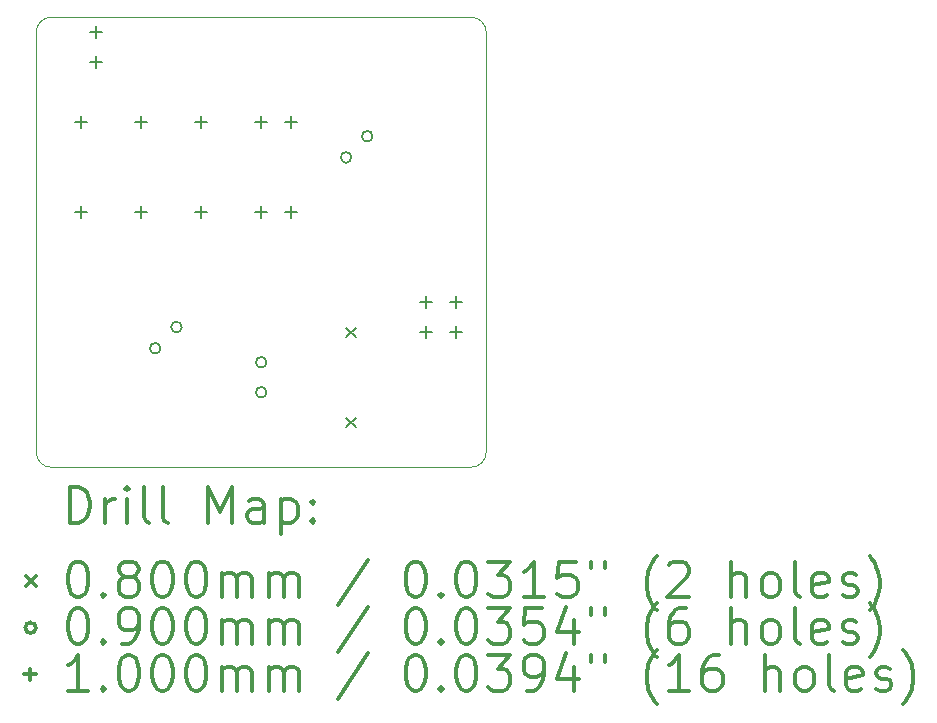
<source format=gbr>
%FSLAX45Y45*%
G04 Gerber Fmt 4.5, Leading zero omitted, Abs format (unit mm)*
G04 Created by KiCad (PCBNEW 5.1.10) date 2021-05-04 21:35:37*
%MOMM*%
%LPD*%
G01*
G04 APERTURE LIST*
%TA.AperFunction,Profile*%
%ADD10C,0.050000*%
%TD*%
%ADD11C,0.200000*%
%ADD12C,0.300000*%
G04 APERTURE END LIST*
D10*
X13208000Y-9017000D02*
G75*
G02*
X13335000Y-8890000I127000J0D01*
G01*
X13335000Y-12700000D02*
G75*
G02*
X13208000Y-12573000I0J127000D01*
G01*
X17018000Y-12573000D02*
G75*
G02*
X16891000Y-12700000I-127000J0D01*
G01*
X16891000Y-8890000D02*
G75*
G02*
X17018000Y-9017000I0J-127000D01*
G01*
X13335000Y-8890000D02*
X16891000Y-8890000D01*
X13208000Y-12573000D02*
X13208000Y-9017000D01*
X16891000Y-12700000D02*
X13335000Y-12700000D01*
X17018000Y-9017000D02*
X17018000Y-12573000D01*
D11*
X15835000Y-11517000D02*
X15915000Y-11597000D01*
X15915000Y-11517000D02*
X15835000Y-11597000D01*
X15835000Y-12279000D02*
X15915000Y-12359000D01*
X15915000Y-12279000D02*
X15835000Y-12359000D01*
X14260395Y-11692605D02*
G75*
G03*
X14260395Y-11692605I-45000J0D01*
G01*
X14440000Y-11513000D02*
G75*
G03*
X14440000Y-11513000I-45000J0D01*
G01*
X15158000Y-11811000D02*
G75*
G03*
X15158000Y-11811000I-45000J0D01*
G01*
X15158000Y-12065000D02*
G75*
G03*
X15158000Y-12065000I-45000J0D01*
G01*
X15876000Y-10077000D02*
G75*
G03*
X15876000Y-10077000I-45000J0D01*
G01*
X16055605Y-9897395D02*
G75*
G03*
X16055605Y-9897395I-45000J0D01*
G01*
X13589000Y-9729000D02*
X13589000Y-9829000D01*
X13539000Y-9779000D02*
X13639000Y-9779000D01*
X13589000Y-10491000D02*
X13589000Y-10591000D01*
X13539000Y-10541000D02*
X13639000Y-10541000D01*
X13716000Y-8967000D02*
X13716000Y-9067000D01*
X13666000Y-9017000D02*
X13766000Y-9017000D01*
X13716000Y-9221000D02*
X13716000Y-9321000D01*
X13666000Y-9271000D02*
X13766000Y-9271000D01*
X14097000Y-9729000D02*
X14097000Y-9829000D01*
X14047000Y-9779000D02*
X14147000Y-9779000D01*
X14097000Y-10491000D02*
X14097000Y-10591000D01*
X14047000Y-10541000D02*
X14147000Y-10541000D01*
X14605000Y-9729000D02*
X14605000Y-9829000D01*
X14555000Y-9779000D02*
X14655000Y-9779000D01*
X14605000Y-10491000D02*
X14605000Y-10591000D01*
X14555000Y-10541000D02*
X14655000Y-10541000D01*
X15113000Y-9729000D02*
X15113000Y-9829000D01*
X15063000Y-9779000D02*
X15163000Y-9779000D01*
X15113000Y-10491000D02*
X15113000Y-10591000D01*
X15063000Y-10541000D02*
X15163000Y-10541000D01*
X15367000Y-9729000D02*
X15367000Y-9829000D01*
X15317000Y-9779000D02*
X15417000Y-9779000D01*
X15367000Y-10491000D02*
X15367000Y-10591000D01*
X15317000Y-10541000D02*
X15417000Y-10541000D01*
X16510000Y-11253000D02*
X16510000Y-11353000D01*
X16460000Y-11303000D02*
X16560000Y-11303000D01*
X16510000Y-11507000D02*
X16510000Y-11607000D01*
X16460000Y-11557000D02*
X16560000Y-11557000D01*
X16764000Y-11253000D02*
X16764000Y-11353000D01*
X16714000Y-11303000D02*
X16814000Y-11303000D01*
X16764000Y-11507000D02*
X16764000Y-11607000D01*
X16714000Y-11557000D02*
X16814000Y-11557000D01*
D12*
X13491928Y-13168214D02*
X13491928Y-12868214D01*
X13563357Y-12868214D01*
X13606214Y-12882500D01*
X13634786Y-12911071D01*
X13649071Y-12939643D01*
X13663357Y-12996786D01*
X13663357Y-13039643D01*
X13649071Y-13096786D01*
X13634786Y-13125357D01*
X13606214Y-13153929D01*
X13563357Y-13168214D01*
X13491928Y-13168214D01*
X13791928Y-13168214D02*
X13791928Y-12968214D01*
X13791928Y-13025357D02*
X13806214Y-12996786D01*
X13820500Y-12982500D01*
X13849071Y-12968214D01*
X13877643Y-12968214D01*
X13977643Y-13168214D02*
X13977643Y-12968214D01*
X13977643Y-12868214D02*
X13963357Y-12882500D01*
X13977643Y-12896786D01*
X13991928Y-12882500D01*
X13977643Y-12868214D01*
X13977643Y-12896786D01*
X14163357Y-13168214D02*
X14134786Y-13153929D01*
X14120500Y-13125357D01*
X14120500Y-12868214D01*
X14320500Y-13168214D02*
X14291928Y-13153929D01*
X14277643Y-13125357D01*
X14277643Y-12868214D01*
X14663357Y-13168214D02*
X14663357Y-12868214D01*
X14763357Y-13082500D01*
X14863357Y-12868214D01*
X14863357Y-13168214D01*
X15134786Y-13168214D02*
X15134786Y-13011071D01*
X15120500Y-12982500D01*
X15091928Y-12968214D01*
X15034786Y-12968214D01*
X15006214Y-12982500D01*
X15134786Y-13153929D02*
X15106214Y-13168214D01*
X15034786Y-13168214D01*
X15006214Y-13153929D01*
X14991928Y-13125357D01*
X14991928Y-13096786D01*
X15006214Y-13068214D01*
X15034786Y-13053929D01*
X15106214Y-13053929D01*
X15134786Y-13039643D01*
X15277643Y-12968214D02*
X15277643Y-13268214D01*
X15277643Y-12982500D02*
X15306214Y-12968214D01*
X15363357Y-12968214D01*
X15391928Y-12982500D01*
X15406214Y-12996786D01*
X15420500Y-13025357D01*
X15420500Y-13111071D01*
X15406214Y-13139643D01*
X15391928Y-13153929D01*
X15363357Y-13168214D01*
X15306214Y-13168214D01*
X15277643Y-13153929D01*
X15549071Y-13139643D02*
X15563357Y-13153929D01*
X15549071Y-13168214D01*
X15534786Y-13153929D01*
X15549071Y-13139643D01*
X15549071Y-13168214D01*
X15549071Y-12982500D02*
X15563357Y-12996786D01*
X15549071Y-13011071D01*
X15534786Y-12996786D01*
X15549071Y-12982500D01*
X15549071Y-13011071D01*
X13125500Y-13622500D02*
X13205500Y-13702500D01*
X13205500Y-13622500D02*
X13125500Y-13702500D01*
X13549071Y-13498214D02*
X13577643Y-13498214D01*
X13606214Y-13512500D01*
X13620500Y-13526786D01*
X13634786Y-13555357D01*
X13649071Y-13612500D01*
X13649071Y-13683929D01*
X13634786Y-13741071D01*
X13620500Y-13769643D01*
X13606214Y-13783929D01*
X13577643Y-13798214D01*
X13549071Y-13798214D01*
X13520500Y-13783929D01*
X13506214Y-13769643D01*
X13491928Y-13741071D01*
X13477643Y-13683929D01*
X13477643Y-13612500D01*
X13491928Y-13555357D01*
X13506214Y-13526786D01*
X13520500Y-13512500D01*
X13549071Y-13498214D01*
X13777643Y-13769643D02*
X13791928Y-13783929D01*
X13777643Y-13798214D01*
X13763357Y-13783929D01*
X13777643Y-13769643D01*
X13777643Y-13798214D01*
X13963357Y-13626786D02*
X13934786Y-13612500D01*
X13920500Y-13598214D01*
X13906214Y-13569643D01*
X13906214Y-13555357D01*
X13920500Y-13526786D01*
X13934786Y-13512500D01*
X13963357Y-13498214D01*
X14020500Y-13498214D01*
X14049071Y-13512500D01*
X14063357Y-13526786D01*
X14077643Y-13555357D01*
X14077643Y-13569643D01*
X14063357Y-13598214D01*
X14049071Y-13612500D01*
X14020500Y-13626786D01*
X13963357Y-13626786D01*
X13934786Y-13641071D01*
X13920500Y-13655357D01*
X13906214Y-13683929D01*
X13906214Y-13741071D01*
X13920500Y-13769643D01*
X13934786Y-13783929D01*
X13963357Y-13798214D01*
X14020500Y-13798214D01*
X14049071Y-13783929D01*
X14063357Y-13769643D01*
X14077643Y-13741071D01*
X14077643Y-13683929D01*
X14063357Y-13655357D01*
X14049071Y-13641071D01*
X14020500Y-13626786D01*
X14263357Y-13498214D02*
X14291928Y-13498214D01*
X14320500Y-13512500D01*
X14334786Y-13526786D01*
X14349071Y-13555357D01*
X14363357Y-13612500D01*
X14363357Y-13683929D01*
X14349071Y-13741071D01*
X14334786Y-13769643D01*
X14320500Y-13783929D01*
X14291928Y-13798214D01*
X14263357Y-13798214D01*
X14234786Y-13783929D01*
X14220500Y-13769643D01*
X14206214Y-13741071D01*
X14191928Y-13683929D01*
X14191928Y-13612500D01*
X14206214Y-13555357D01*
X14220500Y-13526786D01*
X14234786Y-13512500D01*
X14263357Y-13498214D01*
X14549071Y-13498214D02*
X14577643Y-13498214D01*
X14606214Y-13512500D01*
X14620500Y-13526786D01*
X14634786Y-13555357D01*
X14649071Y-13612500D01*
X14649071Y-13683929D01*
X14634786Y-13741071D01*
X14620500Y-13769643D01*
X14606214Y-13783929D01*
X14577643Y-13798214D01*
X14549071Y-13798214D01*
X14520500Y-13783929D01*
X14506214Y-13769643D01*
X14491928Y-13741071D01*
X14477643Y-13683929D01*
X14477643Y-13612500D01*
X14491928Y-13555357D01*
X14506214Y-13526786D01*
X14520500Y-13512500D01*
X14549071Y-13498214D01*
X14777643Y-13798214D02*
X14777643Y-13598214D01*
X14777643Y-13626786D02*
X14791928Y-13612500D01*
X14820500Y-13598214D01*
X14863357Y-13598214D01*
X14891928Y-13612500D01*
X14906214Y-13641071D01*
X14906214Y-13798214D01*
X14906214Y-13641071D02*
X14920500Y-13612500D01*
X14949071Y-13598214D01*
X14991928Y-13598214D01*
X15020500Y-13612500D01*
X15034786Y-13641071D01*
X15034786Y-13798214D01*
X15177643Y-13798214D02*
X15177643Y-13598214D01*
X15177643Y-13626786D02*
X15191928Y-13612500D01*
X15220500Y-13598214D01*
X15263357Y-13598214D01*
X15291928Y-13612500D01*
X15306214Y-13641071D01*
X15306214Y-13798214D01*
X15306214Y-13641071D02*
X15320500Y-13612500D01*
X15349071Y-13598214D01*
X15391928Y-13598214D01*
X15420500Y-13612500D01*
X15434786Y-13641071D01*
X15434786Y-13798214D01*
X16020500Y-13483929D02*
X15763357Y-13869643D01*
X16406214Y-13498214D02*
X16434786Y-13498214D01*
X16463357Y-13512500D01*
X16477643Y-13526786D01*
X16491928Y-13555357D01*
X16506214Y-13612500D01*
X16506214Y-13683929D01*
X16491928Y-13741071D01*
X16477643Y-13769643D01*
X16463357Y-13783929D01*
X16434786Y-13798214D01*
X16406214Y-13798214D01*
X16377643Y-13783929D01*
X16363357Y-13769643D01*
X16349071Y-13741071D01*
X16334786Y-13683929D01*
X16334786Y-13612500D01*
X16349071Y-13555357D01*
X16363357Y-13526786D01*
X16377643Y-13512500D01*
X16406214Y-13498214D01*
X16634786Y-13769643D02*
X16649071Y-13783929D01*
X16634786Y-13798214D01*
X16620500Y-13783929D01*
X16634786Y-13769643D01*
X16634786Y-13798214D01*
X16834786Y-13498214D02*
X16863357Y-13498214D01*
X16891928Y-13512500D01*
X16906214Y-13526786D01*
X16920500Y-13555357D01*
X16934786Y-13612500D01*
X16934786Y-13683929D01*
X16920500Y-13741071D01*
X16906214Y-13769643D01*
X16891928Y-13783929D01*
X16863357Y-13798214D01*
X16834786Y-13798214D01*
X16806214Y-13783929D01*
X16791928Y-13769643D01*
X16777643Y-13741071D01*
X16763357Y-13683929D01*
X16763357Y-13612500D01*
X16777643Y-13555357D01*
X16791928Y-13526786D01*
X16806214Y-13512500D01*
X16834786Y-13498214D01*
X17034786Y-13498214D02*
X17220500Y-13498214D01*
X17120500Y-13612500D01*
X17163357Y-13612500D01*
X17191928Y-13626786D01*
X17206214Y-13641071D01*
X17220500Y-13669643D01*
X17220500Y-13741071D01*
X17206214Y-13769643D01*
X17191928Y-13783929D01*
X17163357Y-13798214D01*
X17077643Y-13798214D01*
X17049071Y-13783929D01*
X17034786Y-13769643D01*
X17506214Y-13798214D02*
X17334786Y-13798214D01*
X17420500Y-13798214D02*
X17420500Y-13498214D01*
X17391928Y-13541071D01*
X17363357Y-13569643D01*
X17334786Y-13583929D01*
X17777643Y-13498214D02*
X17634786Y-13498214D01*
X17620500Y-13641071D01*
X17634786Y-13626786D01*
X17663357Y-13612500D01*
X17734786Y-13612500D01*
X17763357Y-13626786D01*
X17777643Y-13641071D01*
X17791928Y-13669643D01*
X17791928Y-13741071D01*
X17777643Y-13769643D01*
X17763357Y-13783929D01*
X17734786Y-13798214D01*
X17663357Y-13798214D01*
X17634786Y-13783929D01*
X17620500Y-13769643D01*
X17906214Y-13498214D02*
X17906214Y-13555357D01*
X18020500Y-13498214D02*
X18020500Y-13555357D01*
X18463357Y-13912500D02*
X18449071Y-13898214D01*
X18420500Y-13855357D01*
X18406214Y-13826786D01*
X18391928Y-13783929D01*
X18377643Y-13712500D01*
X18377643Y-13655357D01*
X18391928Y-13583929D01*
X18406214Y-13541071D01*
X18420500Y-13512500D01*
X18449071Y-13469643D01*
X18463357Y-13455357D01*
X18563357Y-13526786D02*
X18577643Y-13512500D01*
X18606214Y-13498214D01*
X18677643Y-13498214D01*
X18706214Y-13512500D01*
X18720500Y-13526786D01*
X18734786Y-13555357D01*
X18734786Y-13583929D01*
X18720500Y-13626786D01*
X18549071Y-13798214D01*
X18734786Y-13798214D01*
X19091928Y-13798214D02*
X19091928Y-13498214D01*
X19220500Y-13798214D02*
X19220500Y-13641071D01*
X19206214Y-13612500D01*
X19177643Y-13598214D01*
X19134786Y-13598214D01*
X19106214Y-13612500D01*
X19091928Y-13626786D01*
X19406214Y-13798214D02*
X19377643Y-13783929D01*
X19363357Y-13769643D01*
X19349071Y-13741071D01*
X19349071Y-13655357D01*
X19363357Y-13626786D01*
X19377643Y-13612500D01*
X19406214Y-13598214D01*
X19449071Y-13598214D01*
X19477643Y-13612500D01*
X19491928Y-13626786D01*
X19506214Y-13655357D01*
X19506214Y-13741071D01*
X19491928Y-13769643D01*
X19477643Y-13783929D01*
X19449071Y-13798214D01*
X19406214Y-13798214D01*
X19677643Y-13798214D02*
X19649071Y-13783929D01*
X19634786Y-13755357D01*
X19634786Y-13498214D01*
X19906214Y-13783929D02*
X19877643Y-13798214D01*
X19820500Y-13798214D01*
X19791928Y-13783929D01*
X19777643Y-13755357D01*
X19777643Y-13641071D01*
X19791928Y-13612500D01*
X19820500Y-13598214D01*
X19877643Y-13598214D01*
X19906214Y-13612500D01*
X19920500Y-13641071D01*
X19920500Y-13669643D01*
X19777643Y-13698214D01*
X20034786Y-13783929D02*
X20063357Y-13798214D01*
X20120500Y-13798214D01*
X20149071Y-13783929D01*
X20163357Y-13755357D01*
X20163357Y-13741071D01*
X20149071Y-13712500D01*
X20120500Y-13698214D01*
X20077643Y-13698214D01*
X20049071Y-13683929D01*
X20034786Y-13655357D01*
X20034786Y-13641071D01*
X20049071Y-13612500D01*
X20077643Y-13598214D01*
X20120500Y-13598214D01*
X20149071Y-13612500D01*
X20263357Y-13912500D02*
X20277643Y-13898214D01*
X20306214Y-13855357D01*
X20320500Y-13826786D01*
X20334786Y-13783929D01*
X20349071Y-13712500D01*
X20349071Y-13655357D01*
X20334786Y-13583929D01*
X20320500Y-13541071D01*
X20306214Y-13512500D01*
X20277643Y-13469643D01*
X20263357Y-13455357D01*
X13205500Y-14058500D02*
G75*
G03*
X13205500Y-14058500I-45000J0D01*
G01*
X13549071Y-13894214D02*
X13577643Y-13894214D01*
X13606214Y-13908500D01*
X13620500Y-13922786D01*
X13634786Y-13951357D01*
X13649071Y-14008500D01*
X13649071Y-14079929D01*
X13634786Y-14137071D01*
X13620500Y-14165643D01*
X13606214Y-14179929D01*
X13577643Y-14194214D01*
X13549071Y-14194214D01*
X13520500Y-14179929D01*
X13506214Y-14165643D01*
X13491928Y-14137071D01*
X13477643Y-14079929D01*
X13477643Y-14008500D01*
X13491928Y-13951357D01*
X13506214Y-13922786D01*
X13520500Y-13908500D01*
X13549071Y-13894214D01*
X13777643Y-14165643D02*
X13791928Y-14179929D01*
X13777643Y-14194214D01*
X13763357Y-14179929D01*
X13777643Y-14165643D01*
X13777643Y-14194214D01*
X13934786Y-14194214D02*
X13991928Y-14194214D01*
X14020500Y-14179929D01*
X14034786Y-14165643D01*
X14063357Y-14122786D01*
X14077643Y-14065643D01*
X14077643Y-13951357D01*
X14063357Y-13922786D01*
X14049071Y-13908500D01*
X14020500Y-13894214D01*
X13963357Y-13894214D01*
X13934786Y-13908500D01*
X13920500Y-13922786D01*
X13906214Y-13951357D01*
X13906214Y-14022786D01*
X13920500Y-14051357D01*
X13934786Y-14065643D01*
X13963357Y-14079929D01*
X14020500Y-14079929D01*
X14049071Y-14065643D01*
X14063357Y-14051357D01*
X14077643Y-14022786D01*
X14263357Y-13894214D02*
X14291928Y-13894214D01*
X14320500Y-13908500D01*
X14334786Y-13922786D01*
X14349071Y-13951357D01*
X14363357Y-14008500D01*
X14363357Y-14079929D01*
X14349071Y-14137071D01*
X14334786Y-14165643D01*
X14320500Y-14179929D01*
X14291928Y-14194214D01*
X14263357Y-14194214D01*
X14234786Y-14179929D01*
X14220500Y-14165643D01*
X14206214Y-14137071D01*
X14191928Y-14079929D01*
X14191928Y-14008500D01*
X14206214Y-13951357D01*
X14220500Y-13922786D01*
X14234786Y-13908500D01*
X14263357Y-13894214D01*
X14549071Y-13894214D02*
X14577643Y-13894214D01*
X14606214Y-13908500D01*
X14620500Y-13922786D01*
X14634786Y-13951357D01*
X14649071Y-14008500D01*
X14649071Y-14079929D01*
X14634786Y-14137071D01*
X14620500Y-14165643D01*
X14606214Y-14179929D01*
X14577643Y-14194214D01*
X14549071Y-14194214D01*
X14520500Y-14179929D01*
X14506214Y-14165643D01*
X14491928Y-14137071D01*
X14477643Y-14079929D01*
X14477643Y-14008500D01*
X14491928Y-13951357D01*
X14506214Y-13922786D01*
X14520500Y-13908500D01*
X14549071Y-13894214D01*
X14777643Y-14194214D02*
X14777643Y-13994214D01*
X14777643Y-14022786D02*
X14791928Y-14008500D01*
X14820500Y-13994214D01*
X14863357Y-13994214D01*
X14891928Y-14008500D01*
X14906214Y-14037071D01*
X14906214Y-14194214D01*
X14906214Y-14037071D02*
X14920500Y-14008500D01*
X14949071Y-13994214D01*
X14991928Y-13994214D01*
X15020500Y-14008500D01*
X15034786Y-14037071D01*
X15034786Y-14194214D01*
X15177643Y-14194214D02*
X15177643Y-13994214D01*
X15177643Y-14022786D02*
X15191928Y-14008500D01*
X15220500Y-13994214D01*
X15263357Y-13994214D01*
X15291928Y-14008500D01*
X15306214Y-14037071D01*
X15306214Y-14194214D01*
X15306214Y-14037071D02*
X15320500Y-14008500D01*
X15349071Y-13994214D01*
X15391928Y-13994214D01*
X15420500Y-14008500D01*
X15434786Y-14037071D01*
X15434786Y-14194214D01*
X16020500Y-13879929D02*
X15763357Y-14265643D01*
X16406214Y-13894214D02*
X16434786Y-13894214D01*
X16463357Y-13908500D01*
X16477643Y-13922786D01*
X16491928Y-13951357D01*
X16506214Y-14008500D01*
X16506214Y-14079929D01*
X16491928Y-14137071D01*
X16477643Y-14165643D01*
X16463357Y-14179929D01*
X16434786Y-14194214D01*
X16406214Y-14194214D01*
X16377643Y-14179929D01*
X16363357Y-14165643D01*
X16349071Y-14137071D01*
X16334786Y-14079929D01*
X16334786Y-14008500D01*
X16349071Y-13951357D01*
X16363357Y-13922786D01*
X16377643Y-13908500D01*
X16406214Y-13894214D01*
X16634786Y-14165643D02*
X16649071Y-14179929D01*
X16634786Y-14194214D01*
X16620500Y-14179929D01*
X16634786Y-14165643D01*
X16634786Y-14194214D01*
X16834786Y-13894214D02*
X16863357Y-13894214D01*
X16891928Y-13908500D01*
X16906214Y-13922786D01*
X16920500Y-13951357D01*
X16934786Y-14008500D01*
X16934786Y-14079929D01*
X16920500Y-14137071D01*
X16906214Y-14165643D01*
X16891928Y-14179929D01*
X16863357Y-14194214D01*
X16834786Y-14194214D01*
X16806214Y-14179929D01*
X16791928Y-14165643D01*
X16777643Y-14137071D01*
X16763357Y-14079929D01*
X16763357Y-14008500D01*
X16777643Y-13951357D01*
X16791928Y-13922786D01*
X16806214Y-13908500D01*
X16834786Y-13894214D01*
X17034786Y-13894214D02*
X17220500Y-13894214D01*
X17120500Y-14008500D01*
X17163357Y-14008500D01*
X17191928Y-14022786D01*
X17206214Y-14037071D01*
X17220500Y-14065643D01*
X17220500Y-14137071D01*
X17206214Y-14165643D01*
X17191928Y-14179929D01*
X17163357Y-14194214D01*
X17077643Y-14194214D01*
X17049071Y-14179929D01*
X17034786Y-14165643D01*
X17491928Y-13894214D02*
X17349071Y-13894214D01*
X17334786Y-14037071D01*
X17349071Y-14022786D01*
X17377643Y-14008500D01*
X17449071Y-14008500D01*
X17477643Y-14022786D01*
X17491928Y-14037071D01*
X17506214Y-14065643D01*
X17506214Y-14137071D01*
X17491928Y-14165643D01*
X17477643Y-14179929D01*
X17449071Y-14194214D01*
X17377643Y-14194214D01*
X17349071Y-14179929D01*
X17334786Y-14165643D01*
X17763357Y-13994214D02*
X17763357Y-14194214D01*
X17691928Y-13879929D02*
X17620500Y-14094214D01*
X17806214Y-14094214D01*
X17906214Y-13894214D02*
X17906214Y-13951357D01*
X18020500Y-13894214D02*
X18020500Y-13951357D01*
X18463357Y-14308500D02*
X18449071Y-14294214D01*
X18420500Y-14251357D01*
X18406214Y-14222786D01*
X18391928Y-14179929D01*
X18377643Y-14108500D01*
X18377643Y-14051357D01*
X18391928Y-13979929D01*
X18406214Y-13937071D01*
X18420500Y-13908500D01*
X18449071Y-13865643D01*
X18463357Y-13851357D01*
X18706214Y-13894214D02*
X18649071Y-13894214D01*
X18620500Y-13908500D01*
X18606214Y-13922786D01*
X18577643Y-13965643D01*
X18563357Y-14022786D01*
X18563357Y-14137071D01*
X18577643Y-14165643D01*
X18591928Y-14179929D01*
X18620500Y-14194214D01*
X18677643Y-14194214D01*
X18706214Y-14179929D01*
X18720500Y-14165643D01*
X18734786Y-14137071D01*
X18734786Y-14065643D01*
X18720500Y-14037071D01*
X18706214Y-14022786D01*
X18677643Y-14008500D01*
X18620500Y-14008500D01*
X18591928Y-14022786D01*
X18577643Y-14037071D01*
X18563357Y-14065643D01*
X19091928Y-14194214D02*
X19091928Y-13894214D01*
X19220500Y-14194214D02*
X19220500Y-14037071D01*
X19206214Y-14008500D01*
X19177643Y-13994214D01*
X19134786Y-13994214D01*
X19106214Y-14008500D01*
X19091928Y-14022786D01*
X19406214Y-14194214D02*
X19377643Y-14179929D01*
X19363357Y-14165643D01*
X19349071Y-14137071D01*
X19349071Y-14051357D01*
X19363357Y-14022786D01*
X19377643Y-14008500D01*
X19406214Y-13994214D01*
X19449071Y-13994214D01*
X19477643Y-14008500D01*
X19491928Y-14022786D01*
X19506214Y-14051357D01*
X19506214Y-14137071D01*
X19491928Y-14165643D01*
X19477643Y-14179929D01*
X19449071Y-14194214D01*
X19406214Y-14194214D01*
X19677643Y-14194214D02*
X19649071Y-14179929D01*
X19634786Y-14151357D01*
X19634786Y-13894214D01*
X19906214Y-14179929D02*
X19877643Y-14194214D01*
X19820500Y-14194214D01*
X19791928Y-14179929D01*
X19777643Y-14151357D01*
X19777643Y-14037071D01*
X19791928Y-14008500D01*
X19820500Y-13994214D01*
X19877643Y-13994214D01*
X19906214Y-14008500D01*
X19920500Y-14037071D01*
X19920500Y-14065643D01*
X19777643Y-14094214D01*
X20034786Y-14179929D02*
X20063357Y-14194214D01*
X20120500Y-14194214D01*
X20149071Y-14179929D01*
X20163357Y-14151357D01*
X20163357Y-14137071D01*
X20149071Y-14108500D01*
X20120500Y-14094214D01*
X20077643Y-14094214D01*
X20049071Y-14079929D01*
X20034786Y-14051357D01*
X20034786Y-14037071D01*
X20049071Y-14008500D01*
X20077643Y-13994214D01*
X20120500Y-13994214D01*
X20149071Y-14008500D01*
X20263357Y-14308500D02*
X20277643Y-14294214D01*
X20306214Y-14251357D01*
X20320500Y-14222786D01*
X20334786Y-14179929D01*
X20349071Y-14108500D01*
X20349071Y-14051357D01*
X20334786Y-13979929D01*
X20320500Y-13937071D01*
X20306214Y-13908500D01*
X20277643Y-13865643D01*
X20263357Y-13851357D01*
X13155500Y-14404500D02*
X13155500Y-14504500D01*
X13105500Y-14454500D02*
X13205500Y-14454500D01*
X13649071Y-14590214D02*
X13477643Y-14590214D01*
X13563357Y-14590214D02*
X13563357Y-14290214D01*
X13534786Y-14333071D01*
X13506214Y-14361643D01*
X13477643Y-14375929D01*
X13777643Y-14561643D02*
X13791928Y-14575929D01*
X13777643Y-14590214D01*
X13763357Y-14575929D01*
X13777643Y-14561643D01*
X13777643Y-14590214D01*
X13977643Y-14290214D02*
X14006214Y-14290214D01*
X14034786Y-14304500D01*
X14049071Y-14318786D01*
X14063357Y-14347357D01*
X14077643Y-14404500D01*
X14077643Y-14475929D01*
X14063357Y-14533071D01*
X14049071Y-14561643D01*
X14034786Y-14575929D01*
X14006214Y-14590214D01*
X13977643Y-14590214D01*
X13949071Y-14575929D01*
X13934786Y-14561643D01*
X13920500Y-14533071D01*
X13906214Y-14475929D01*
X13906214Y-14404500D01*
X13920500Y-14347357D01*
X13934786Y-14318786D01*
X13949071Y-14304500D01*
X13977643Y-14290214D01*
X14263357Y-14290214D02*
X14291928Y-14290214D01*
X14320500Y-14304500D01*
X14334786Y-14318786D01*
X14349071Y-14347357D01*
X14363357Y-14404500D01*
X14363357Y-14475929D01*
X14349071Y-14533071D01*
X14334786Y-14561643D01*
X14320500Y-14575929D01*
X14291928Y-14590214D01*
X14263357Y-14590214D01*
X14234786Y-14575929D01*
X14220500Y-14561643D01*
X14206214Y-14533071D01*
X14191928Y-14475929D01*
X14191928Y-14404500D01*
X14206214Y-14347357D01*
X14220500Y-14318786D01*
X14234786Y-14304500D01*
X14263357Y-14290214D01*
X14549071Y-14290214D02*
X14577643Y-14290214D01*
X14606214Y-14304500D01*
X14620500Y-14318786D01*
X14634786Y-14347357D01*
X14649071Y-14404500D01*
X14649071Y-14475929D01*
X14634786Y-14533071D01*
X14620500Y-14561643D01*
X14606214Y-14575929D01*
X14577643Y-14590214D01*
X14549071Y-14590214D01*
X14520500Y-14575929D01*
X14506214Y-14561643D01*
X14491928Y-14533071D01*
X14477643Y-14475929D01*
X14477643Y-14404500D01*
X14491928Y-14347357D01*
X14506214Y-14318786D01*
X14520500Y-14304500D01*
X14549071Y-14290214D01*
X14777643Y-14590214D02*
X14777643Y-14390214D01*
X14777643Y-14418786D02*
X14791928Y-14404500D01*
X14820500Y-14390214D01*
X14863357Y-14390214D01*
X14891928Y-14404500D01*
X14906214Y-14433071D01*
X14906214Y-14590214D01*
X14906214Y-14433071D02*
X14920500Y-14404500D01*
X14949071Y-14390214D01*
X14991928Y-14390214D01*
X15020500Y-14404500D01*
X15034786Y-14433071D01*
X15034786Y-14590214D01*
X15177643Y-14590214D02*
X15177643Y-14390214D01*
X15177643Y-14418786D02*
X15191928Y-14404500D01*
X15220500Y-14390214D01*
X15263357Y-14390214D01*
X15291928Y-14404500D01*
X15306214Y-14433071D01*
X15306214Y-14590214D01*
X15306214Y-14433071D02*
X15320500Y-14404500D01*
X15349071Y-14390214D01*
X15391928Y-14390214D01*
X15420500Y-14404500D01*
X15434786Y-14433071D01*
X15434786Y-14590214D01*
X16020500Y-14275929D02*
X15763357Y-14661643D01*
X16406214Y-14290214D02*
X16434786Y-14290214D01*
X16463357Y-14304500D01*
X16477643Y-14318786D01*
X16491928Y-14347357D01*
X16506214Y-14404500D01*
X16506214Y-14475929D01*
X16491928Y-14533071D01*
X16477643Y-14561643D01*
X16463357Y-14575929D01*
X16434786Y-14590214D01*
X16406214Y-14590214D01*
X16377643Y-14575929D01*
X16363357Y-14561643D01*
X16349071Y-14533071D01*
X16334786Y-14475929D01*
X16334786Y-14404500D01*
X16349071Y-14347357D01*
X16363357Y-14318786D01*
X16377643Y-14304500D01*
X16406214Y-14290214D01*
X16634786Y-14561643D02*
X16649071Y-14575929D01*
X16634786Y-14590214D01*
X16620500Y-14575929D01*
X16634786Y-14561643D01*
X16634786Y-14590214D01*
X16834786Y-14290214D02*
X16863357Y-14290214D01*
X16891928Y-14304500D01*
X16906214Y-14318786D01*
X16920500Y-14347357D01*
X16934786Y-14404500D01*
X16934786Y-14475929D01*
X16920500Y-14533071D01*
X16906214Y-14561643D01*
X16891928Y-14575929D01*
X16863357Y-14590214D01*
X16834786Y-14590214D01*
X16806214Y-14575929D01*
X16791928Y-14561643D01*
X16777643Y-14533071D01*
X16763357Y-14475929D01*
X16763357Y-14404500D01*
X16777643Y-14347357D01*
X16791928Y-14318786D01*
X16806214Y-14304500D01*
X16834786Y-14290214D01*
X17034786Y-14290214D02*
X17220500Y-14290214D01*
X17120500Y-14404500D01*
X17163357Y-14404500D01*
X17191928Y-14418786D01*
X17206214Y-14433071D01*
X17220500Y-14461643D01*
X17220500Y-14533071D01*
X17206214Y-14561643D01*
X17191928Y-14575929D01*
X17163357Y-14590214D01*
X17077643Y-14590214D01*
X17049071Y-14575929D01*
X17034786Y-14561643D01*
X17363357Y-14590214D02*
X17420500Y-14590214D01*
X17449071Y-14575929D01*
X17463357Y-14561643D01*
X17491928Y-14518786D01*
X17506214Y-14461643D01*
X17506214Y-14347357D01*
X17491928Y-14318786D01*
X17477643Y-14304500D01*
X17449071Y-14290214D01*
X17391928Y-14290214D01*
X17363357Y-14304500D01*
X17349071Y-14318786D01*
X17334786Y-14347357D01*
X17334786Y-14418786D01*
X17349071Y-14447357D01*
X17363357Y-14461643D01*
X17391928Y-14475929D01*
X17449071Y-14475929D01*
X17477643Y-14461643D01*
X17491928Y-14447357D01*
X17506214Y-14418786D01*
X17763357Y-14390214D02*
X17763357Y-14590214D01*
X17691928Y-14275929D02*
X17620500Y-14490214D01*
X17806214Y-14490214D01*
X17906214Y-14290214D02*
X17906214Y-14347357D01*
X18020500Y-14290214D02*
X18020500Y-14347357D01*
X18463357Y-14704500D02*
X18449071Y-14690214D01*
X18420500Y-14647357D01*
X18406214Y-14618786D01*
X18391928Y-14575929D01*
X18377643Y-14504500D01*
X18377643Y-14447357D01*
X18391928Y-14375929D01*
X18406214Y-14333071D01*
X18420500Y-14304500D01*
X18449071Y-14261643D01*
X18463357Y-14247357D01*
X18734786Y-14590214D02*
X18563357Y-14590214D01*
X18649071Y-14590214D02*
X18649071Y-14290214D01*
X18620500Y-14333071D01*
X18591928Y-14361643D01*
X18563357Y-14375929D01*
X18991928Y-14290214D02*
X18934786Y-14290214D01*
X18906214Y-14304500D01*
X18891928Y-14318786D01*
X18863357Y-14361643D01*
X18849071Y-14418786D01*
X18849071Y-14533071D01*
X18863357Y-14561643D01*
X18877643Y-14575929D01*
X18906214Y-14590214D01*
X18963357Y-14590214D01*
X18991928Y-14575929D01*
X19006214Y-14561643D01*
X19020500Y-14533071D01*
X19020500Y-14461643D01*
X19006214Y-14433071D01*
X18991928Y-14418786D01*
X18963357Y-14404500D01*
X18906214Y-14404500D01*
X18877643Y-14418786D01*
X18863357Y-14433071D01*
X18849071Y-14461643D01*
X19377643Y-14590214D02*
X19377643Y-14290214D01*
X19506214Y-14590214D02*
X19506214Y-14433071D01*
X19491928Y-14404500D01*
X19463357Y-14390214D01*
X19420500Y-14390214D01*
X19391928Y-14404500D01*
X19377643Y-14418786D01*
X19691928Y-14590214D02*
X19663357Y-14575929D01*
X19649071Y-14561643D01*
X19634786Y-14533071D01*
X19634786Y-14447357D01*
X19649071Y-14418786D01*
X19663357Y-14404500D01*
X19691928Y-14390214D01*
X19734786Y-14390214D01*
X19763357Y-14404500D01*
X19777643Y-14418786D01*
X19791928Y-14447357D01*
X19791928Y-14533071D01*
X19777643Y-14561643D01*
X19763357Y-14575929D01*
X19734786Y-14590214D01*
X19691928Y-14590214D01*
X19963357Y-14590214D02*
X19934786Y-14575929D01*
X19920500Y-14547357D01*
X19920500Y-14290214D01*
X20191928Y-14575929D02*
X20163357Y-14590214D01*
X20106214Y-14590214D01*
X20077643Y-14575929D01*
X20063357Y-14547357D01*
X20063357Y-14433071D01*
X20077643Y-14404500D01*
X20106214Y-14390214D01*
X20163357Y-14390214D01*
X20191928Y-14404500D01*
X20206214Y-14433071D01*
X20206214Y-14461643D01*
X20063357Y-14490214D01*
X20320500Y-14575929D02*
X20349071Y-14590214D01*
X20406214Y-14590214D01*
X20434786Y-14575929D01*
X20449071Y-14547357D01*
X20449071Y-14533071D01*
X20434786Y-14504500D01*
X20406214Y-14490214D01*
X20363357Y-14490214D01*
X20334786Y-14475929D01*
X20320500Y-14447357D01*
X20320500Y-14433071D01*
X20334786Y-14404500D01*
X20363357Y-14390214D01*
X20406214Y-14390214D01*
X20434786Y-14404500D01*
X20549071Y-14704500D02*
X20563357Y-14690214D01*
X20591928Y-14647357D01*
X20606214Y-14618786D01*
X20620500Y-14575929D01*
X20634786Y-14504500D01*
X20634786Y-14447357D01*
X20620500Y-14375929D01*
X20606214Y-14333071D01*
X20591928Y-14304500D01*
X20563357Y-14261643D01*
X20549071Y-14247357D01*
M02*

</source>
